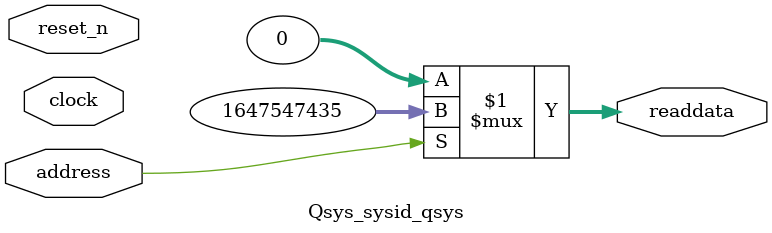
<source format=v>



// synthesis translate_off
`timescale 1ns / 1ps
// synthesis translate_on

// turn off superfluous verilog processor warnings 
// altera message_level Level1 
// altera message_off 10034 10035 10036 10037 10230 10240 10030 

module Qsys_sysid_qsys (
               // inputs:
                address,
                clock,
                reset_n,

               // outputs:
                readdata
             )
;

  output  [ 31: 0] readdata;
  input            address;
  input            clock;
  input            reset_n;

  wire    [ 31: 0] readdata;
  //control_slave, which is an e_avalon_slave
  assign readdata = address ? 1647547435 : 0;

endmodule



</source>
